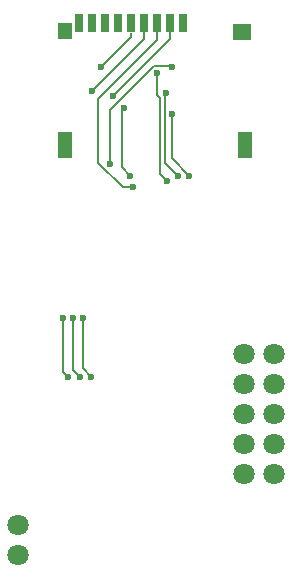
<source format=gbr>
%TF.GenerationSoftware,KiCad,Pcbnew,8.0.4*%
%TF.CreationDate,2024-08-28T09:08:14+01:00*%
%TF.ProjectId,qmmister-sd-relocate,716d6d69-7374-4657-922d-73642d72656c,rev?*%
%TF.SameCoordinates,Original*%
%TF.FileFunction,Copper,L2,Bot*%
%TF.FilePolarity,Positive*%
%FSLAX46Y46*%
G04 Gerber Fmt 4.6, Leading zero omitted, Abs format (unit mm)*
G04 Created by KiCad (PCBNEW 8.0.4) date 2024-08-28 09:08:14*
%MOMM*%
%LPD*%
G01*
G04 APERTURE LIST*
%TA.AperFunction,ComponentPad*%
%ADD10C,1.800000*%
%TD*%
%TA.AperFunction,ComponentPad*%
%ADD11R,0.700000X1.600000*%
%TD*%
%TA.AperFunction,ComponentPad*%
%ADD12R,1.200000X2.200000*%
%TD*%
%TA.AperFunction,ComponentPad*%
%ADD13R,1.600000X1.400000*%
%TD*%
%TA.AperFunction,ComponentPad*%
%ADD14R,1.200000X1.400000*%
%TD*%
%TA.AperFunction,ViaPad*%
%ADD15C,0.600000*%
%TD*%
%TA.AperFunction,Conductor*%
%ADD16C,0.200000*%
%TD*%
G04 APERTURE END LIST*
D10*
%TO.P,J6,1*%
%TO.N,GND*%
X59750000Y-73000000D03*
%TO.P,J6,2*%
%TO.N,N/C*%
X57210000Y-73000000D03*
%TO.P,J6,3*%
X59750000Y-70460000D03*
%TO.P,J6,4*%
X57210000Y-70460000D03*
%TO.P,J6,5*%
X59750000Y-67920000D03*
%TO.P,J6,6*%
X57210000Y-67920000D03*
%TO.P,J6,7*%
X59750000Y-65380000D03*
%TO.P,J6,8*%
X57210000Y-65380000D03*
%TO.P,J6,9*%
%TO.N,GND*%
X59750000Y-62840000D03*
%TO.P,J6,10*%
%TO.N,N/C*%
X57210000Y-62840000D03*
%TD*%
D11*
%TO.P,J1,1,DAT2*%
%TO.N,Net-(J1-DAT2)*%
X52000000Y-34771855D03*
%TO.P,J1,2,DAT3/CD*%
%TO.N,Net-(J1-DAT3{slash}CD)*%
X50900000Y-34771855D03*
%TO.P,J1,3,CMD*%
%TO.N,Net-(J1-CMD)*%
X49800000Y-34771855D03*
%TO.P,J1,4,VDD*%
%TO.N,Net-(J1-VDD)*%
X48700000Y-34771855D03*
%TO.P,J1,5,CLK*%
%TO.N,Net-(J1-CLK)*%
X47600000Y-34771855D03*
%TO.P,J1,6,VSS*%
%TO.N,Net-(J1-VSS)*%
X46500000Y-34771855D03*
%TO.P,J1,7,DAT0*%
%TO.N,Net-(J1-DAT0)*%
X45400000Y-34771855D03*
%TO.P,J1,8,DAT1*%
%TO.N,Net-(J1-DAT1)*%
X44300000Y-34771855D03*
%TO.P,J1,9,DET*%
%TO.N,Net-(J1-DET)*%
X43200000Y-34771855D03*
D12*
%TO.P,J1,SH*%
%TO.N,N/C*%
X57284968Y-45100000D03*
D13*
X57034968Y-35571855D03*
D12*
X42034968Y-45100000D03*
D14*
X42000000Y-35500000D03*
%TD*%
D10*
%TO.P,J5,1*%
%TO.N,N/C*%
X38000000Y-77250000D03*
%TO.P,J5,2*%
X38000000Y-79790000D03*
%TD*%
D15*
%TO.N,Net-(J1-CMD)*%
X47800000Y-48700000D03*
%TO.N,Net-(J1-VSS)*%
X50625735Y-48174265D03*
X49800000Y-39000000D03*
%TO.N,Net-(J1-DAT1)*%
X52550000Y-47750000D03*
X51050000Y-42500000D03*
%TO.N,Net-(J1-DAT3{slash}CD)*%
X46050000Y-41000000D03*
X47550000Y-47750000D03*
X47050000Y-42000000D03*
%TO.N,Net-(J1-CLK)*%
X45050000Y-38500000D03*
%TO.N,Net-(J1-VDD)*%
X44300000Y-40500000D03*
%TO.N,Net-(J1-DAT0)*%
X50550000Y-40750000D03*
X51550000Y-47750000D03*
%TO.N,Net-(J1-DAT2)*%
X51050000Y-38500000D03*
X45800000Y-46750000D03*
%TO.N,Net-(J2-DAT0)*%
X43250000Y-64750000D03*
X42649319Y-59754953D03*
%TO.N,Net-(J2-DAT1)*%
X42250000Y-64750000D03*
X41849378Y-59745031D03*
%TO.N,Net-(J2-VSS)*%
X43500000Y-59750000D03*
X44250000Y-64750000D03*
%TD*%
D16*
%TO.N,Net-(J1-CMD)*%
X44800000Y-41250000D02*
X44800000Y-46598529D01*
X44800000Y-46598529D02*
X46901471Y-48700000D01*
X49800000Y-36250000D02*
X44800000Y-41250000D01*
X49800000Y-34771855D02*
X49800000Y-36250000D01*
X46901471Y-48700000D02*
X47800000Y-48700000D01*
%TO.N,Net-(J1-VSS)*%
X50625735Y-48174265D02*
X50050000Y-47598530D01*
X50050000Y-47598530D02*
X50050000Y-41098529D01*
X50050000Y-41098529D02*
X49800000Y-40848529D01*
X49800000Y-40848529D02*
X49800000Y-39000000D01*
%TO.N,Net-(J1-DAT1)*%
X52550000Y-47750000D02*
X51050000Y-46250000D01*
X51050000Y-46250000D02*
X51050000Y-42500000D01*
%TO.N,Net-(J1-DAT3{slash}CD)*%
X46800000Y-47000000D02*
X46800000Y-42250000D01*
X46050000Y-41000000D02*
X50900000Y-36150000D01*
X47550000Y-47750000D02*
X46800000Y-47000000D01*
X50900000Y-36150000D02*
X50900000Y-34771855D01*
X46800000Y-42250000D02*
X47050000Y-42000000D01*
%TO.N,Net-(J1-CLK)*%
X47600000Y-35950000D02*
X47600000Y-35600000D01*
X45050000Y-38500000D02*
X47600000Y-35950000D01*
%TO.N,Net-(J1-VDD)*%
X48700000Y-36100000D02*
X48700000Y-34771855D01*
X44300000Y-40500000D02*
X48700000Y-36100000D01*
%TO.N,Net-(J1-DAT0)*%
X51550000Y-47750000D02*
X50450000Y-46650000D01*
X50450000Y-40850000D02*
X50550000Y-40750000D01*
X50450000Y-46650000D02*
X50450000Y-40850000D01*
%TO.N,Net-(J1-DAT2)*%
X45800000Y-42151471D02*
X49551471Y-38400000D01*
X49551471Y-38400000D02*
X50950000Y-38400000D01*
X50950000Y-38400000D02*
X51050000Y-38500000D01*
X45800000Y-46750000D02*
X45800000Y-42151471D01*
%TO.N,Net-(J2-DAT0)*%
X43250000Y-64750000D02*
X42649319Y-64149319D01*
X42649319Y-64149319D02*
X42649319Y-59754953D01*
%TO.N,Net-(J2-DAT1)*%
X42250000Y-64750000D02*
X41849378Y-64349378D01*
X41849378Y-64349378D02*
X41849378Y-59745031D01*
%TO.N,Net-(J2-VSS)*%
X43500000Y-64000000D02*
X43500000Y-59750000D01*
X44250000Y-64750000D02*
X43500000Y-64000000D01*
%TD*%
M02*

</source>
